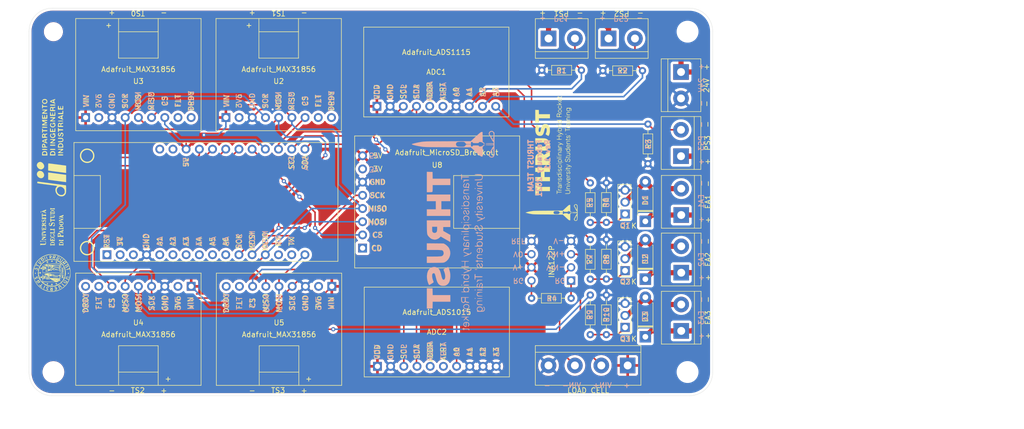
<source format=kicad_pcb>
(kicad_pcb (version 20211014) (generator pcbnew)
  (layers (0 "F.Cu" signal) (31 "B.Cu" signal) (35 "F.Paste" user) (36 "B.SilkS" user "B.Silkscreen") (37 "F.SilkS" user "F.Silkscreen") (38 "B.Mask" user) (39 "F.Mask" user) (44 "Edge.Cuts" user))
  (net 0 "")
  (net 1 "ADC_A3")
  (net 2 "ADC_A2")
  (net 3 "ADC_A1")
  (net 4 "GND")
  (net 5 "Net-(ADC1-Pad6)")
  (net 6 "Net-(ADC1-Pad5)")
  (net 7 "I2C_SDA")
  (net 8 "I2C_SCL")
  (net 9 "+5V")
  (net 10 "LOAD_CELL_VOLTAGE")
  (net 11 "Net-(ADC2-Pad6)")
  (net 12 "Net-(ADC2-Pad5)")
  (net 13 "Net-(J4-Pad3)")
  (net 14 "Net-(J4-Pad2)")
  (net 15 "Net-(R4-Pad2)")
  (net 16 "Net-(R4-Pad1)")
  (net 17 "Net-(U1-Pad28)")
  (net 18 "Net-(U1-Pad27)")
  (net 19 "CS_5")
  (net 20 "CS_4")
  (net 21 "CS_3")
  (net 22 "CS_2")
  (net 23 "CS_1")
  (net 24 "Net-(U1-Pad15)")
  (net 25 "Net-(U1-Pad14)")
  (net 26 "SPI_MISO")
  (net 27 "SPI_MOSI")
  (net 28 "SPI_SCK")
  (net 29 "Net-(U1-Pad10)")
  (net 30 "Net-(U1-Pad9)")
  (net 31 "Net-(U1-Pad8)")
  (net 32 "Net-(U1-Pad7)")
  (net 33 "Net-(U1-Pad6)")
  (net 34 "Net-(U1-Pad5)")
  (net 35 "Net-(U1-Pad3)")
  (net 36 "Net-(U1-Pad1)")
  (net 37 "Net-(U2-Pad9)")
  (net 38 "Net-(U2-Pad8)")
  (net 39 "Net-(U2-Pad2)")
  (net 40 "Net-(U3-Pad9)")
  (net 41 "Net-(U3-Pad8)")
  (net 42 "Net-(U3-Pad2)")
  (net 43 "Net-(U4-Pad9)")
  (net 44 "Net-(U4-Pad8)")
  (net 45 "Net-(U4-Pad2)")
  (net 46 "Net-(U5-Pad9)")
  (net 47 "Net-(U5-Pad8)")
  (net 48 "Net-(U5-Pad2)")
  (net 49 "Net-(U8-Pad1)")
  (net 50 "Net-(U1-Pad2)")
  (net 51 "Net-(U8-Pad7)")
  (net 52 "Net-(D1-Pad2)")
  (net 53 "Net-(Q1-Pad1)")
  (net 54 "Net-(D2-Pad2)")
  (net 55 "Net-(D3-Pad2)")
  (net 56 "Net-(Q2-Pad1)")
  (net 57 "Net-(Q3-Pad1)")
  (net 58 "FET_Gate1")
  (net 59 "FET_Gate2")
  (net 60 "FET_Gate3")
  (net 61 "+24V")
  (footprint "Resistor_THT:R_Axial_DIN0204_L3.6mm_D1.6mm_P7.62mm_Horizontal" (layer "F.Cu") (at 161.07 66.636 90)
    (fp_text reference "R3")
    (fp_text value "200")
  )
  (footprint "Test Stand PCB Breakout:Adafruit_Huzzah32" (layer "F.Cu") (at 76 74)
    (fp_text reference "U1")
    (fp_text value "AdafruitHuzzah32Breakout")
  )
  (footprint "Test Stand PCB Breakout:Adafruit_MAX31856" (layer "F.Cu") (at 90 49.5)
    (fp_text reference "U2")
    (fp_text value "Adafruit_MAX31856")
  )
  (footprint "Test Stand PCB Breakout:Adafruit_MAX31856" (layer "F.Cu") (at 63 98.5 180)
    (fp_text reference "U4")
    (fp_text value "Adafruit_MAX31856")
  )
  (footprint "Test Stand PCB Breakout:Adafruit_MAX31856" (layer "F.Cu") (at 63 49.5)
    (fp_text reference "U3")
    (fp_text value "Adafruit_MAX31856")
  )
  (footprint "Test Stand PCB Breakout:Adafruit_MAX31856" (layer "F.Cu") (at 90.065 98.505 180)
    (fp_text reference "U5")
    (fp_text value "Adafruit_MAX31856")
  )
  (footprint "Package_TO_SOT_THT:TO-251-3_Vertical" (layer "F.Cu") (at 156.67 76.326 90)
    (fp_text reference "Q1")
    (fp_text value "Q_NMOS_GDS")
  )
  (footprint "Resistor_THT:R_Axial_DIN0204_L3.6mm_D1.6mm_P7.62mm_Horizontal" (layer "F.Cu") (at 153.07 77.936 90)
    (fp_text reference "R6")
    (fp_text value "10k")
  )
  (footprint "Diode_THT:D_DO-41_SOD81_P7.62mm_Horizontal" (layer "F.Cu") (at 160.57 88.856 90)
    (fp_text reference "D2")
    (fp_text value "D_Schottky")
  )
  (footprint "TerminalBlock:TerminalBlock_bornier-2_P5.08mm" (layer "F.Cu") (at 167.475 87.62 90)
    (fp_text reference "+  EA2  -")
    (fp_text value "Screw_Terminal_01x02")
  )
  (footprint "TerminalBlock:TerminalBlock_bornier-2_P5.08mm" (layer "F.Cu") (at 167.475 76.52 90)
    (fp_text reference "+  EA1  -")
    (fp_text value "Screw_Terminal_01x02")
  )
  (footprint "TerminalBlock:TerminalBlock_bornier-4_P5.08mm" (layer "F.Cu") (at 157.17 105.472 180)
    (fp_text reference "LOAD CELL")
    (fp_text value "Screw_Terminal_01x04")
  )
  (footprint "Resistor_THT:R_Axial_DIN0204_L3.6mm_D1.6mm_P7.62mm_Horizontal" (layer "F.Cu") (at 149.97 70.336 -90)
    (fp_text reference "R5")
    (fp_text value "100")
  )
  (footprint "Diode_THT:D_DO-41_SOD81_P7.62mm_Horizontal" (layer "F.Cu") (at 160.57 77.736 90)
    (fp_text reference "D1")
    (fp_text value "D_Schottky")
  )
  (footprint "Resistor_THT:R_Axial_DIN0204_L3.6mm_D1.6mm_P7.62mm_Horizontal" (layer "F.Cu") (at 138.67 92.536)
    (fp_text reference "R4")
    (fp_text value "4k20")
  )
  (footprint "Diode_THT:D_DO-41_SOD81_P7.62mm_Horizontal" (layer "F.Cu") (at 160.57 99.956 90)
    (fp_text reference "D3")
    (fp_text value "D_Schottky")
  )
  (footprint "Resistor_THT:R_Axial_DIN0204_L3.6mm_D1.6mm_P7.62mm_Horizontal" (layer "F.Cu") (at 153.07 99.536 90)
    (fp_text reference "R10")
    (fp_text value "10k")
  )
  (footprint "Resistor_THT:R_Axial_DIN0204_L3.6mm_D1.6mm_P7.62mm_Horizontal" (layer "F.Cu") (at 149.97 91.916 -90)
    (fp_text reference "R9")
    (fp_text value "100")
  )
  (footprint "Package_TO_SOT_THT:TO-251-3_Vertical" (layer "F.Cu") (at 156.67 98.136 90)
    (fp_text reference "Q3")
    (fp_text value "Q_NMOS_GDS")
  )
  (footprint "Package_TO_SOT_THT:TO-251-3_Vertical" (layer "F.Cu") (at 156.67 87.226 90)
    (fp_text reference "Q2")
    (fp_text value "Q_NMOS_GDS")
  )
  (footprint "Resistor_THT:R_Axial_DIN0204_L3.6mm_D1.6mm_P7.62mm_Horizontal" (layer "F.Cu") (at 149.97 81.236 -90)
    (fp_text reference "R7")
    (fp_text value "100")
  )
  (footprint "Resistor_THT:R_Axial_DIN0204_L3.6mm_D1.6mm_P7.62mm_Horizontal" (layer "F.Cu") (at 153.07 88.836 90)
    (fp_text reference "R8")
    (fp_text value "10k")
  )
  (footprint "Test Stand PCB Breakout:Adafruit_ADS1115" (layer "F.Cu") (at 120.335 48.995)
    (fp_text reference "ADC1")
    (fp_text value "Adafruit_ADS1115")
  )
  (footprint "TerminalBlock:TerminalBlock_bornier-2_P5.08mm" (layer "F.Cu") (at 167.475 98.82 90)
    (fp_text reference "+  EA3  -")
    (fp_text value "Screw_Terminal_01x02")
  )
  (footprint "Test Stand PCB Breakout:INA_122P" (layer "F.Cu") (at 146.27 89.136 180)
    (fp_text reference "U7")
    (fp_text value "INA_122P")
  )
  (footprint "Test Stand PCB Breakout:Adafruit_ADS1015" (layer "F.Cu") (at 120.435 99.036)
    (fp_text reference "ADC2")
    (fp_text value "Adafruit_ADS1015")
  )
  (footprint "TerminalBlock:TerminalBlock_bornier-2_P5.08mm" (layer "F.Cu") (at 167.435 48.995 -90)
    (fp_text reference "-  24V  +")
    (fp_text value "Screw_Terminal_01x02")
  )
  (footprint "TerminalBlock:TerminalBlock_bornier-2_P5.08mm" (layer "F.Cu") (at 167.435 65.195 90)
    (fp_text reference "+  PS3  -")
    (fp_text value "Screw_Terminal_01x02")
  )
  (footprint "Test Stand PCB Breakout:Adafruit_MicroSD" (layer "F.Cu") (at 120.5 74 180)
    (fp_text reference "U8")
    (fp_text value "Adafruit_MicroSD_Breakout")
  )
  (footprint "Test Stand PCB Breakout:Unipd_Logo_small" (layer "F.Cu") (at 46.295 83.485 90)
    (fp_text reference "G***" hide)
    (fp_text value "LOGO" hide)
  )
  (footprint "Test Stand PCB Breakout:Dii_logo_small" (layer "F.Cu") (at 46.295 63.485 90)
    (fp_text reference "G***" hide)
    (fp_text value "LOGO" hide)
  )
  (footprint "TerminalBlock:TerminalBlock_bornier-2_P5.08mm" (layer "F.Cu") (at 141.935 42.545)
    (fp_text reference "-  PS1  +")
    (fp_text value "Screw_Terminal_01x02")
  )
  (footprint "TerminalBlock:TerminalBlock_bornier-2_P5.08mm" (layer "F.Cu") (at 153.485 42.545)
    (fp_text reference "-  PS2  +")
    (fp_text value "Screw_Terminal_01x02")
  )
  (footprint "Resistor_THT:R_Axial_DIN0204_L3.6mm_D1.6mm_P7.62mm_Horizontal" (layer "F.Cu") (at 140.645 48.645)
    (fp_text reference "R1")
    (fp_text value "200")
  )
  (footprint "Resistor_THT:R_Axial_DIN0204_L3.6mm_D1.6mm_P7.62mm_Horizontal" (layer "F.Cu") (at 152.395 48.735)
    (fp_text reference "R2")
    (fp_text value "200")
  )
  (footprint "Test Stand PCB Breakout:Thrust_Logo_Small" (layer "F.Cu") (at 142.495 65.685 90)
    (fp_text reference "G***" hide)
    (fp_text value "LOGO" hide)
  )
  (footprint "MountingHole:MountingHole_3.2mm_M3" (layer "F.Cu") (at 46.645 106.735)
    (fp_text reference "REF**")
    (fp_text value "MountingHole_3.2mm_M3")
  )
  (footprint "MountingHole:MountingHole_3.2mm_M3" (layer "F.Cu") (at 46.645 41.235)
    (fp_text reference "REF**")
    (fp_text value "MountingHole_3.2mm_M3")
  )
  (footprint "MountingHole:MountingHole_3.2mm_M3" (layer "F.Cu") (at 168.695 106.735)
    (fp_text reference "REF**")
    (fp_text value "MountingHole_3.2mm_M3")
  )
  (footprint "MountingHole:MountingHole_3.2mm_M3" (layer "F.Cu") (at 168.695 41.235)
    (fp_text reference "REF**")
    (fp_text value "MountingHole_3.2mm_M3")
  )
  (footprint "" (layer "F.Cu") (at 112.895 68.485)
    (fp_text reference "")
    (fp_text value "")
  )
  (footprint "Test Stand PCB Breakout:Thrust_Logo" (layer "B.Cu") (at 123.495 79.485 -90)
    (fp_text reference "G***" hide)
    (fp_text value "LOGO" hide)
  )
  (gr_line (start 41.935 42.045) (end 41.935 105.795) (layer "Edge.Cuts") (width 0.05))
  (gr_line (start 46.435 111.295) (end 50.935 111.295) (layer "Edge.Cuts") (width 0.05))
  (gr_line (start 41.935 106.795) (end 41.935 105.795) (layer "Edge.Cuts") (width 0.05))
  (gr_line (start 41.935 42.045) (end 41.935 41.195) (layer "Edge.Cuts") (width 0.05))
  (gr_line (start 167.435 111.295) (end 169.035 111.295) (layer "Edge.Cuts") (width 0.05))
  (gr_line (start 173.535 100.895) (end 173.535 106.795) (layer "Edge.Cuts") (width 0.05))
  (gr_line (start 173.535 44.595) (end 173.535 41.195) (layer "Edge.Cuts") (width 0.05))
  (gr_line (start 46.435 36.695) (end 169.035 36.695) (layer "Edge.Cuts") (width 0.05))
  (gr_line (start 50.935 111.295) (end 167.435 111.295) (layer "Edge.Cuts") (width 0.05))
  (gr_arc (start 173.535 106.795) (mid 172.216981 109.976981) (end 169.035 111.295) (layer "Edge.Cuts") (width 0.05))
  (gr_arc (start 46.435 111.295) (mid 43.253019 109.976981) (end 41.935 106.795) (layer "Edge.Cuts") (width 0.05))
  (gr_arc (start 41.935 41.195) (mid 43.253019 38.013019) (end 46.435 36.695) (layer "Edge.Cuts") (width 0.05))
  (gr_line (start 173.535 44.595) (end 173.535 100.895) (layer "Edge.Cuts") (width 0.05))
  (gr_arc (start 169.035 36.695) (mid 172.216981 38.013019) (end 173.535 41.195) (layer "Edge.Cuts") (width 0.05))
  (gr_text "3V" (at 108.335 67.695 180) (layer "B.SilkS") (effects (font (size 1 1)) (justify mirror)))
  (gr_text "GND" (at 108.935 70.095 180) (layer "B.SilkS") (effects (font (size 1 1)) (justify mirror)))
  (gr_text "SCK" (at 108.935 72.695 180) (layer "B.SilkS") (effects (font (size 1 1)) (justify mirror)))
  (gr_text "MISO" (at 108.935 75.295 180) (layer "B.SilkS") (effects (font (size 1 1)) (justify mirror)))
  (gr_text "MOSI" (at 108.935 77.895 180) (layer "B.SilkS") (effects (font (size 1 1)) (justify mirror)))
  (gr_text "CS" (at 108.935 80.295 180) (layer "B.SilkS") (effects (font (size 1 1)) (justify mirror)))
  (gr_text "CD" (at 108.935 82.895 180) (layer "B.SilkS") (effects (font (size 1 1)) (justify mirror)))
  (gr_text "R9" (at 149.935 95.695 90) (layer "B.SilkS") (effects (font (size 1 1)) (justify mirror)))
  (gr_text "R10" (at 153.135 95.695 90) (layer "B.SilkS") (effects (font (size 1 1)) (justify mirror)))
  (gr_text "D3" (at 160.535 95.895 90) (layer "B.SilkS") (effects (font (size 1 1)) (justify mirror)))
  (gr_text "R7" (at 149.935 85.095 90) (layer "B.SilkS") (effects (font (size 1 1)) (justify mirror)))
  (gr_text "R8" (at 153.135 85.095 90) (layer "B.SilkS") (effects (font (size 1 1)) (justify mirror)))
  (gr_text "D2" (at 160.535 84.895 90) (layer "B.SilkS") (effects (font (size 1 1)) (justify mirror)))
  (gr_text "R5" (at 149.935 74.095 90) (layer "B.SilkS") (effects (font (size 1 1)) (justify mirror)))
  (gr_text "R6" (at 153.135 74.095 90) (layer "B.SilkS") (effects (font (size 1 1)) (justify mirror)))
  (gr_text "D1" (at 160.535 73.695 90) (layer "B.SilkS") (effects (font (size 1 1)) (justify mirror)))
  (gr_text "R3" (at 161.135 62.895 90) (layer "B.SilkS") (effects (font (size 1 1)) (justify mirror)))
  (gr_text "Q3" (at 156.735 100.295 180) (layer "B.SilkS") (effects (font (size 1 1)) (justify mirror)))
  (gr_text "Q2" (at 156.735 89.295 180) (layer "B.SilkS") (effects (font (size 1 1)) (justify mirror)))
  (gr_text "Q1" (at 156.735 78.495 180) (layer "B.SilkS") (effects (font (size 1 1)) (justify mirror)))
  (gr_text "VDD\n" (at 108.935 102.895 90) (layer "B.SilkS") (effects (font (size 1 1)) (justify mirror)))
  (gr_text "GND\n" (at 111.535 102.895 90) (layer "B.SilkS") (effects (font (size 1 1)) (justify mirror)))
  (gr_text "SCL" (at 114.135 102.695 90) (layer "B.SilkS") (effects (font (size 1 1)) (justify mirror)))
  (gr_text "SDA" (at 116.535 102.695 90) (layer "B.SilkS") (effects (font (size 1 1)) (justify mirror)))
  (gr_text "ADDR" (at 119.135 102.695 90) (layer "B.SilkS") (effects (font (size 1 1)) (justify mirror)))
  (gr_text "ALRT" (at 121.735 102.695 90) (layer "B.SilkS") (effects (font (size 1 1)) (justify mirror)))
  (gr_text "A0" (at 124.335 102.895 90) (layer "B.SilkS") (effects (font (size 1 1)) (justify mirror)))
  (gr_text "A1" (at 126.735 102.895 90) (layer "B.SilkS") (effects (font (size 1 1)) (justify mirror)))
  (gr_text "A2" (at 129.335 102.895 90) (layer "B.SilkS") (effects (font (size 1 1)) (justify mirror)))
  (gr_text "A3" (at 131.935 102.895 90) (layer "B.SilkS") (effects (font (size 1 1)) (justify mirror)))
  (gr_text "SDA" (at 116.535 52.695 90) (layer "B.SilkS") (effects (font (size 1 1)) (justify mirror)))
  (gr_text "A1" (at 126.735 52.895 90) (layer "B.SilkS") (effects (font (size 1 1)) (justify mirror)))
  (gr_text "ALRT" (at 121.735 52.695 90) (layer "B.SilkS") (effects (font (size 1 1)) (justify mirror)))
  (gr_text "VDD\n" (at 108.935 52.895 90) (layer "B.SilkS") (effects (font (size 1 1)) (justify mirror)))
  (gr_text "A2" (at 129.335 52.895 90) (layer "B.SilkS") (effects (font (size 1 1)) (justify mirror)))
  (gr_text "A0" (at 124.335 52.895 90) (layer "B.SilkS") (effects (font (size 1 1)) (justify mirror)))
  (gr_text "SCL" (at 114.135 52.695 90) (layer "B.SilkS") (effects (font (size 1 1)) (justify mirror)))
  (gr_text "ADDR" (at 119.135 52.695 90) (layer "B.SilkS") (effects (font (size 1 1)) (justify mirror)))
  (gr_text "GND\n" (at 111.535 52.895 90) (layer "B.SilkS") (effects (font (size 1 1)) (justify mirror)))
  (gr_text "A3" (at 131.935 52.895 90) (layer "B.SilkS") (effects (font (size 1 1)) (justify mirror)))
  (gr_text "3Vo\n\n" (at 56.185 54.545 90) (layer "B.SilkS") (effects (font (size 1 1)) (justify mirror)))
  (gr_text "GND\n" (at 57.935 54.545 90) (layer "B.SilkS") (effects (font (size 1 1)) (justify mirror)))
  (gr_text "SCK\n" (at 60.435 54.545 90) (layer "B.SilkS") (effects (font (size 1 1)) (justify mirror)))
  (gr_text "MOSI" (at 62.935 54.545 90) (layer "B.SilkS") (effects (font (size 1 1)) (justify mirror)))
  (gr_text "MISO" (at 65.435 54.545 90) (layer "B.SilkS") (effects (font (size 1 1)) (justify mirror)))
  (gr_text "CS\n" (at 68.185 54.545 90) (layer "B.SilkS") (effects (font (size 1 1)) (justify mirror)))
  (gr_text "FLT\n" (at 70.685 54.545 90) (layer "B.SilkS") (effects (font (size 1 1)) (justify mirror)))
  (gr_text "DRDY" (at 73.185 54.545 90) (layer "B.SilkS") (effects (font (size 1 1)) (justify mirror)))
  (gr_text "GND\n" (at 84.935 54.545 90) (layer "B.SilkS") (effects (font (size 1 1)) (justify mirror)))
  (gr_text "MOSI" (at 89.935 54.545 90) (layer "B.SilkS") (effects (font (size 1 1)) (justify mirror)))
  (gr_text "MISO" (at 92.435 54.545 90) (layer "B.SilkS") (effects (font (size 1 1)) (justify mirror)))
  (gr_text "SCK\n" (at 87.435 54.545 90) (layer "B.SilkS") (effects (font (size 1 1)) (justify mirror)))
  (gr_text "CS\n" (at 95.185 54.545 90) (layer "B.SilkS") (effects (font (size 1 1)) (justify mirror)))
  (gr_text "FLT\n" (at 97.685 54.545 90) (layer "B.SilkS") (effects (font (size 1 1)) (justify mirror)))
  (gr_text "DRDY" (at 100.185 54.545 90) (layer "B.SilkS") (effects (font (size 1 1)) (justify mirror)))
  (gr_text "3Vo\n\n" (at 83.185 54.545 90) (layer "B.SilkS") (effects (font (size 1 1)) (justify mirror)))
  (gr_text "VIN\n" (at 79.935 54.545 90) (layer "B.SilkS") (effects (font (size 1 1)) (justify mirror)))
  (gr_text "VIN\n" (at 73.185 93.545 90) (layer "B.SilkS") (effects (font (size 1 1)) (justify mirror)))
  (gr_text "GND\n" (at 68.185 93.545 270) (layer "B.SilkS") (effects (font (size 1 1)) (justify mirror)))
  (gr_text "DRDY" (at 52.935 93.545 90) (layer "B.SilkS") (effects (font (size 1 1)) (justify mirror)))
  (gr_text "SCK\n" (at 65.685 93.545 90) (layer "B.SilkS") (effects (font (size 1 1)) (justify mirror)))
  (gr_text "3Vo\n\n" (at 71.435 93.545 90) (layer "B.SilkS") (effects (font (size 1 1)) (justify mirror)))
  (gr_text "FLT\n" (at 55.435 93.545 90) (layer "B.SilkS") (effects (font (size 1 1)) (justify mirror)))
  (gr_text "MISO" (at 60.685 93.545 90) (layer "B.SilkS") (effects (font (size 1 1)) (justify mirror)))
  (gr_text "MOSI" (at 63.185 93.545 90) (layer "B.SilkS") (effects (font (size 1 1)) (justify mirror)))
  (gr_text "CS\n" (at 57.935 93.545 90) (layer "B.SilkS") (effects (font (size 1 1)) (justify mirror)))
  (gr_text "GND\n" (at 95.185 93.545 90) (layer "B.SilkS") (effects (font (size 1 1)) (justify mirror)))
  (gr_text "DRDY" (at 79.935 93.545 90) (layer "B.SilkS") (effects (font (size 1 1)) (justify mirror)))
  (gr_text "CS\n" (at 84.935 93.545 90) (layer "B.SilkS") (effects (font (size 1 1)) (justify mirror)))
  (gr_text "3Vo\n" (at 97.685 93.545 90) (layer "B.SilkS") (effects (font (size 1 1)) (justify mirror)))
  (gr_text "SCK\n" (at 92.685 93.545 90) (layer "B.SilkS") (effects (font (size 1 1)) (justify mirror)))
  (gr_text "MOSI" (at 90.185 93.545 90) (layer "B.SilkS") (effects (font (size 1 1)) (justify mirror)))
  (gr_text "MISO" (at 87.685 93.545 90) (layer "B.SilkS") (effects (font (size 1 1)) (justify mirror)))
  (gr_text "FLT\n" (at 82.435 93.545 90) (layer "B.SilkS") (effects (font (size 1 1)) (justify mirror)))
  (gr_text "VIN\n" (at 100.185 93.545 90) (layer "B.SilkS") (effects (font (size 1 1)) (justify mirror)))
  (gr_text "SCL" (at 92.435 66.545 90) (layer "B.SilkS") (effects (font (size 1 1)) (justify mirror)))
  (gr_text "SDA" (at 95.185 66.545 90) (layer "B.SilkS") (effects (font (size 1 1)) (justify mirror)))
  (gr_text "MISO" (at 87.435 81.295 90) (layer "B.SilkS") (effects (font (size 1 1)) (justify mirror)))
  (gr_text "MOSI" (at 84.935 81.295 90) (layer "B.SilkS") (effects (font (size 1 1)) (justify mirror)))
  (gr_text "SCK\n" (at 82.435 81.545 90) (layer "B.SilkS") (effects (font (size 1 1)) (justify mirror)))
  (gr_text "GND\n" (at 64.435 81.545 90) (layer "B.SilkS") (effects (font (size 1 1)) (justify mirror)))
  (gr_text "3V" (at 59.435 81.545 90) (layer "B.SilkS") (effects (font (size 1 1)) (justify mirror)))
  (gr_text "RST\n" (at 56.935 81.545 90) (layer "B.SilkS") (effects (font (size 1 1)) (justify mirror)))
  (gr_text "A0" (at 67.185 81.545 90) (layer "B.SilkS") (effects (font (size 1 1)) (justify mirror)))
  (gr_text "A1" (at 69.685 81.545 90) (layer "B.SilkS") (effects (font (size 1 1)) (justify mirror)))
  (gr_text "A2" (at 72.185 81.545 90) (layer "B.SilkS") (effects (font (size 1 1)) (justify mirror)))
  (gr_text "A3" (at 74.685 81.545 90) (layer "B.SilkS") (effects (font (size 1 1)) (justify mirror)))
  (gr_text "A4" (at 77.435 81.545 90) (layer "B.SilkS") (effects (font (size 1 1)) (justify mirror)))
  (gr_text "A5" (at 79.935 81.545 90) (layer "B.SilkS") (effects (font (size 1 1)) (justify mirror)))
  (gr_text "TX" (at 92.435 81.295 90) (layer "B.SilkS") (effects (font (size 1 1)) (justify mirror)))
  (gr_text "RX" (at 89.935 81.295 90) (layer "B.SilkS") (effects (font (size 1 1)) (justify mirror)))
  (gr_text "-  PS3  +" (at 171.335 62.695 90) (layer "B.SilkS") (effects (font (size 1 1)) (justify mirror)))
  (gr_text "+  PS2  -\n" (at 155.895 38.695 180) (layer "B.SilkS") (effects (font (size 1 1)) (justify mirror)))
  (gr_text "-  EA1  +" (at 171.335 73.895 90) (layer "B.SilkS") (effects (font (size 1 1)) (justify mirror)))
  (gr_text "-  EA2  +" (at 171.335 85.095 90) (layer "B.SilkS") (effects (font (size 1 1)) (justify mirror)))
  (gr_text "-  EA3  +" (at 171.335 96.295 90) (layer "B.SilkS") (effects (font (size 1 1)) (justify mirror)))
  (gr_text "+   VIN+   VIN-   -" (at 149.335 109.295) (layer "B.SilkS") (effects (font (size 1 1)) (justify mirror)))
  (gr_text "+  24V  -" (at 171.335 51.495 90) (layer "B.SilkS") (effects (font (size 1 1)) (justify mirror)))
  (gr_text "R4" (at 142.535 92.495 180) (layer "B.SilkS") (effects (font (size 1 1)) (justify mirror)))
  (gr_text "5V" (at 108.335 65.045 180) (layer "B.SilkS") (effects (font (size 1 1)) (justify mirror)))
  (gr_text "R2" (at 156.145 48.735) (layer "B.SilkS") (effects (font (size 1 1)) (justify mirror)))
  (gr_text "THRUST TEAM\nFebraury 2021\nRev 1.1\n" (at 140.13 61.872 90) (layer "B.SilkS") (effects (font (size 1 1) (thickness 0.25)) (justify left mirror)))
  (gr_text "5V" (at 72.185 66.295 90) (layer "B.SilkS") (effects (font (size 1 1)) (justify mirror)))
  (gr_text "+  PS1  -\n" (at 144.395 38.695 180) (layer "B.SilkS") (effects (font (size 1 1)) (justify mirror)))
  (gr_text "R1" (at 144.395 48.735 180) (layer "B.SilkS") (effects (font (size 1 1)) (justify mirror)))
  (gr_text "VIN\n" (at 52.935 54.545 90) (layer "B.SilkS") (effects (font (size 1 1)) (justify mirror)))
  (gr_text "-    TS3    +" (at 89.895 110.285) (layer "F.SilkS") (effects (font (size 1 1))))
  (gr_text "-    TS2    +" (at 62.895 110.285) (layer "F.SilkS") (effects (font (size 1 1))))
  (gr_text "INA122P" (at 142.535 85.485 90) (layer "F.SilkS") (effects (font (size 1 1))))
  (gr_text "-    TS0    +" (at 62.895 37.685 180) (layer "F.SilkS") (effects (font (size 1 1))))
  (gr_text "-    TS1    +" (at 89.895 37.685 180) (layer "F.SilkS") (effects (font (size 1 1))))
  (segment (start 167.435 60.115) (end 162.169 60.115) (width 0.3) (layer "F.Cu") (net 1))
  (segment (start 162.169 60.115) (end 161.07 59.016) (width 0.3) (layer "F.Cu") (net 1))
  (segment (start 161.07 59.016) (end 135.182 59.016) (width 0.3) (layer "B.Cu") (net 1))
  (segment (start 135.182 59.016) (end 131.765 55.599) (width 0.3) (layer "B.Cu") (net 1))
  (segment (start 158.565 47.285) (end 160.015 48.735) (width 0.3) (layer "F.Cu") (net 2))
  (segment (start 158.565 42.545) (end 158.565 47.285) (width 0.3) (layer "F.Cu") (net 2))
  (segment (start 160.015 48.735) (end 160.015 50.115) (width 0.3) (layer "B.Cu") (net 2))
  (segment (start 160.015 50.115) (end 156.395 53.735) (width 0.3) (layer "B.Cu") (net 2))
  (segment (start 156.395 53.735) (end 131.089 53.735) (width 0.3) (layer "B.Cu") (net 2))
  (segment (start 131.089 53.735) (end 129.225 55.599) (width 0.3) (layer "B.Cu") (net 2))
  (segment (start 147.015 42.545) (end 147.015 47.395) (width 0.3) (layer "F.Cu") (net 3))
  (segment (start 147.015 47.395) (end 148.265 48.645) (width 0.3) (layer "F.Cu") (net 3))
  (segment (start 146.395 52.235) (end 130.049 52.235) (width 0.3) (layer "B.Cu") (net 3))
  (segment (start 148.265 48.645) (end 148.265 50.365) (width 0.3) (layer "B.Cu") (net 3))
  (segment (start 130.049 52.235) (end 126.685 55.599) (width 0.3) (layer "B.Cu") (net 3))
  (segment (start 148.265 50.365) (end 146.395 52.235) (width 0.3) (layer "B.Cu") (net 3))
  (segment (start 84.92 57.755) (end 86.48 56.195) (width 0.3) (layer "F.Cu") (net 4))
  (segment (start 86.48 56.195) (end 88.835 56.195) (width 0.3) (layer "F.Cu") (net 4))
  (via (at 88.835 56.195) (size 0.8) (drill 0.4) (layers "F.Cu" "B.Cu") (net 4))
  (segment (start 109.441 53.595) (end 111.445 55.599) (width 0.3) (layer "B.Cu") (net 4))
  (segment (start 88.835 56.195) (end 102.835 56.195) (width 0.3) (layer "B.Cu") (net 4))
  (segment (start 105.435 53.595) (end 109.441 53.595) (width 0.3) (layer "B.Cu") (net 4))
  (segment (start 102.835 56.195) (end 105.435 53.595) (width 0.3) (layer "B.Cu") (net 4))
  (segment (start 95.995 62.895) (end 95.05 63.84) (width 0.3) (layer "F.Cu") (net 7))
  (segment (start 109.229 62.895) (end 95.995 62.895) (width 0.3) (layer "F.Cu") (net 7))
  (segment (start 116.525 55.599) (end 116.525 105.54) (width 0.3) (layer "F.Cu") (net 7))
  (segment (start 116.525 55.599) (end 109.229 62.895) (width 0.3) (layer "F.Cu") (net 7))
  (segment (start 116.525 105.54) (end 116.625 105.64) (width 0.3) (layer "F.Cu") (net 7))
  (segment (start 108.289 61.295) (end 113.985 55.599) (width 0.3) (layer "F.Cu") (net 8))
  (segment (start 114.085 67.445) (end 110.535 63.895) (width 0.3) (layer "F.Cu") (net 8))
  (segment (start 108.289 61.549) (end 108.289 61.295) (width 0.3) (layer "F.Cu") (net 8))
  (segment (start 114.085 105.64) (end 114.085 67.445) (width 0.3) (layer "F.Cu") (net 8))
  (segment (start 92.51 63.84) (end 95.055 61.295) (width 0.3) (layer "F.Cu") (net 8))
  (segment (start 108.735 61.995) (end 108.289 61.549) (width 0.3) (layer "F.Cu") (net 8))
  (segment (start 95.055 61.295) (end 108.289 61.295) (width 0.3) (layer "F.Cu") (net 8))
  (via (at 108.735 61.995) (size 0.8) (drill 0.4) (layers "F.Cu" "B.Cu") (net 8))
  (via (at 110.535 63.895) (size 0.8) (drill 0.4) (layers "F.Cu" "B.Cu") (net 8))
  (segment (start 110.535 63.895) (end 110.535 63.795) (width 0.3) (layer "B.Cu") (net 8))
  (segment (start 110.535 63.795) (end 108.735 61.995) (width 0.3) (layer "B.Cu") (net 8))
  (segment (start 96.616 93.859) (end 79.365 93.859) (width 0.3) (layer "F.Cu") (net 9))
  (segment (start 72.19 63.84) (end 72.19 62.034) (width 0.3) (layer "F.Cu") (net 9))
  (segment (start 72.19 62.034) (end 73.115 61.109) (width 0.3) (layer "F.Cu") (net 9))
  (segment (start 73.115 61.109) (end 75.615 61.109) (width 0.3) (layer "F.Cu") (net 9))
  (segment (start 100.225 90.25) (end 96.616 93.859) (width 0.3) (layer "F.Cu") (net 9))
  (via (at 75.615 61.109) (size 0.8) (drill 0.4) (layers "F.Cu" "B.Cu") (net 9))
  (via (at 79.365 93.859) (size 0.8) (drill 0.4) (layers "F.Cu" "B.Cu") (net 9))
  (segment (start 79.84 59.634) (end 79.84 57.755) (width 0.3) (layer "B.Cu") (net 9))
  (segment (start 78.365 61.109) (end 79.84 59.634) (width 0.3) (layer "B.Cu") (net 9))
  (segment (start 76.774 93.859) (end 73.16 90.245) (width 0.3) (layer "B.Cu") (net 9))
  (segment (start 79.365 93.859) (end 76.774 93.859) (width 0.3) (layer "B.Cu") (net 9))
  (segment (start 75.615 61.109) (end 78.365 61.109) (width 0.3) (layer "B.Cu") (net 9))
  (segment (start 124.245 105.64) (end 124.245 93.461) (width 0.3) (layer "F.Cu") (net 10))
  (segment (start 133.65 84.056) (end 138.65 84.056) (width 0.3) (layer "F.Cu") (net 10))
  (segment (start 124.245 93.461) (end 133.65 84.056) (width 0.3) (layer "F.Cu") (net 10))
  (segment (start 144.07 102.532) (end 147.01 105.472) (width 0.3) (layer "F.Cu") (net 13))
  (segment (start 144.07 88.796) (end 144.07 102.532) (width 0.3) (layer "F.Cu") (net 13))
  (segment (start 146.27 86.596) (end 144.07 88.796) (width 0.3) (layer "F.Cu") (net 13))
  (segment (start 148.07 101.452) (end 152.09 105.472) (width 0.3) (layer "F.Cu") (net 14))
  (segment (start 147.40137 84.056) (end 148.07 84.72463) (width 0.3) (layer "F.Cu") (net 14))
  (segment (start 148.07 84.72463) (end 148.07 101.452) (width 0.3) (layer "F.Cu") (net 14))
  (segment (start 146.27 84.056) (end 147.40137 84.056) (width 0.3) (layer "F.Cu") (net 14))
  (segment (start 146.27 89.136) (end 146.27 92.516) (width 0.3) (layer "F.Cu") (net 15))
  (segment (start 146.27 92.516) (end 146.29 92.536) (width 0.3) (layer "F.Cu") (net 15))
  (segment (start 138.65 92.516) (end 138.67 92.536) (width 0.3) (layer "F.Cu") (net 16))
  (segment (start 138.65 89.136) (end 138.65 92.516) (width 0.3) (layer "F.Cu") (net 16))
  (segment (start 84.89 63.84) (end 91 69.95) (width 0.3) (layer "F.Cu") (net 19))
  (segment (start 97 76) (end 97 79) (width 0.3) (layer "F.Cu") (net 19))
  (segment (start 94 73) (end 97 76) (width 0.3) (layer "F.Cu") (net 19))
  (segment (start 91 69.95) (end 91 70) (width 0.3) (layer "F.Cu") (net 19))
  (via (at 91 70) (size 0.8) (drill 0.4) (layers "F.Cu" "B.Cu") (net 19))
  (via (at 94 73) (size 0.8) (drill 0.4) (layers "F.Cu" "B.Cu") (net 19))
  (via (at 97 79) (size 0.8) (drill 0.4) (layers "F.Cu" "B.Cu") (net 19))
  (segment (start 98.35 80.35) (end 106.149 80.35) (width 0.3) (layer "B.Cu") (net 19))
  (segment (start 91 70) (end 94 73) (width 0.3) (layer "B.Cu") (net 19))
  (segment (start 97 79) (end 98.35 80.35) (width 0.3) (layer "B.Cu") (net 19))
  (segment (start 84.985 88.785) (end 84.985 90.25) (width 0.3) (layer "B.Cu") (net 20))
  (segment (start 86.77 87) (end 84.985 88.785) (width 0.3) (layer "B.Cu") (net 20))
  (segment (start 95.05 84.16) (end 92.21 87) (width 0.3) (layer "B.Cu") (net 20))
  (segment (start 92.21 87) (end 86.77 87) (width 0.3) (layer "B.Cu") (net 20))
  (segment (start 54.5 83) (end 55.5 82) (width 0.3) (layer "F.Cu") (net 21))
  (segment (start 55.5 82) (end 64.19 82) (width 0.3) (layer "F.Cu") (net 21))
  (segment (start 57.92 90.245) (end 54.5 86.825) (width 0.3) (layer "F.Cu") (net 21))
  (segment (start 54.5 86.825) (end 54.5 83) (width 0.3) (layer "F.Cu") (net 21))
  (segment (start 64.19 82) (end 82.35 63.84) (width 0.3) (layer "F.Cu") (net 21))
  (segment (start 85.59 62) (end 87.43 63.84) (width 0.3) (layer "B.Cu") (net 22))
  (segment (start 68.08 59.08) (end 71 62) (width 0.3) (layer "B.Cu") (net 22))
  (segment (start 68.08 57.755) (end 68.08 59.08) (width 0.3) (layer "B.Cu") (net 22))
  (segment (start 71 62) (end 85.59 62) (width 0.3) (layer "B.Cu") (net 22))
  (segment (start 89.97 62.865) (end 89.97 63.84) (width 0.3) (layer "F.Cu") (net 23))
  (segment (start 95.08 57.755) (end 89.97 62.865) (width 0.3) (layer "F.Cu") (net 23))
  (segment (start 63 86.5) (end 85.09 86.5) (width 0.3) (layer "F.Cu") (net 26))
  (segment (start 60.46 89.04) (end 63 86.5) (width 0.3) (layer "F.Cu") (net 26))
  (segment (start 89.935 55.295) (end 68 55.295) (width 0.3) (layer "F.Cu") (net 26))
  (segment (start 87.525 88.935) (end 85.09 86.5) (width 0.3) (layer "F.Cu") (net 26))
  (segment (start 92.54 57.755) (end 90.08 55.295) (width 0.3) (layer "F.Cu") (net 26))
  (segment (start 85.09 86.5) (end 87.43 84.16) (width 0.3) (layer "F.Cu") (net 26))
  (segment (start 90.08 55.295) (end 89.935 55.295) (width 0.3) (layer "F.Cu") (net 26))
  (segment (start 87.525 90.25) (end 87.525 88.935) (width 0.3) (layer "F.Cu") (net 26))
  (segment (start 68 55.295) (end 65.54 57.755) (width 0.3) (layer "F.Cu") (net 26))
  (segment (start 89.935 55.295) (end 90.035 55.295) (width 0.3) (layer "F.Cu") (net 26))
  (segment (start 60.46 90.245) (end 60.46 89.04) (width 0.3) (layer "F.Cu") (net 26))
  (segment (start 96.32 75.27) (end 87.43 84.16) (width 0.3) (layer "B.Cu") (net 26))
  (segment (start 93.5 60) (end 100.5 60) (width 0.3) (layer "B.Cu") (net 26))
  (segment (start 101.5 61) (end 101.5 70.621) (width 0.3) (layer "B.Cu") (net 26))
  (segment (start 101.5 70.621) (end 106.149 75.27) (width 0.3) (layer "B.Cu") (net 26))
  (segment (start 92.54 57.755) (end 92.54 59.04) (width 0.3) (layer "B.Cu") (net 26))
  (segment (start 100.5 60) (end 101.5 61) (width 0.3) (layer "B.Cu") (net 26))
  (segment (start 106.149 75.27) (end 96.32 75.27) (width 0.3) (layer "B.Cu") (net 26))
  (segment (start 92.54 59.04) (end 93.5 60) (width 0.3) (layer "B.Cu") (net 26))
  (segment (start 90.065 88.935) (end 92 87) (width 0.3) (layer "F.Cu") (net 27))
  (segment (start 96 82) (end 87.05 82) (width 0.3) (layer "F.Cu") (net 27))
  (segment (start 65.245 60) (end 87.755 60) (width 0.3) (layer "F.Cu") (net 27))
  (segment (start 97.5 83.5) (end 96 82) (width 0.3) (layer "F.Cu") (net 27))
  (segment (start 90.065 90.25) (end 90.065 88.935) (width 0.3) (layer "F.Cu") (net 27))
  (segment (start 87.05 82) (end 84.89 84.16) (width 0.3) (layer "F.Cu") (net 27))
  (segment (start 96 87) (end 97.5 85.5) (width 0.3) (layer "F.Cu") (net 27))
  (segment (start 92 87) (end 96 87) (width 0.3) (layer "F.Cu") (net 27))
  (segment (start 90 74) (end 99 65) (width 0.3) (layer "F.Cu") (net 27))
  (segment (start 90 79) (end 90 74) (width 0.3) (layer "F.Cu") (net 27))
  (segment (start 95 79) (end 90 79) (width 0.3) (layer "F.Cu") (net 27))
  (segment (start 63 57.755) (end 65.245 60) (width 0.3) (layer "F.Cu") (net 27))
  (segment (start 97.5 85.5) (end 97.5 83.5) (width 0.3) (layer "F.Cu") (net 27))
  (segment (start 87.755 60) (end 90 57.755) (width 0.3) (layer "F.Cu") (net 27))
  (via (at 90 79) (size 0.8) (drill 0.4) (layers "F.Cu" "B.Cu") (net 27))
  (via (at 95 79) (size 0.8) (drill 0.4) (layers "F.Cu" "B.Cu") (net 27))
  (via (at 99 65) (size 0.8) (drill 0.4) (layers "F.Cu" "B.Cu") (net 27))
  (segment (start 90 79) (end 84.89 84.11) (width 0.3) (layer "B.Cu") (net 27))
  (segment (start 99 62.5) (end 98 61.5) (width 0.3) (layer "B.Cu") (net 27))
  (segment (start 98 61.5) (end 91.5 61.5) (width 0.3) (layer "B.Cu") (net 27))
  (segment (start 90 60) (end 90 57.755) (width 0.3) (layer "B.Cu") (net 27))
  (segment (start 63 90.245) (end 63 93.5) (width 0.3) (layer "B.Cu") (net 27))
  (segment (start 84.89 84.11) (end 84.89 84.16) (width 0.3) (layer "B.Cu") (net 27))
  (segment (start 90.065 94.305) (end 90.065 90.25) (width 0.3) (layer "B.Cu") (net 27))
  (segment (start 99 65) (end 99 62.5) (width 0.3) (layer "B.Cu") (net 27))
  (segment (start 65 95.5) (end 88.87 95.5) (width 0.3) (layer "B.Cu") (net 27))
  (segment (start 63 93.5) (end 65 95.5) (width 0.3) (layer "B.Cu") (net 27))
  (segment (start 88.87 95.5) (end 90.065 94.305) (width 0.3) (layer "B.Cu") (net 27))
  (segment (start 106.149 77.81) (end 96.19 77.81) (width 0.3) (layer "B.Cu") (net 27))
  (segment (start 91.5 61.5) (end 90 60) (width 0.3) (layer "B.Cu") (net 27))
  (segment (start 96.19 77.81) (end 95 79) (width 0.3) (layer "B.Cu") (net 27))
  (segment (start 65.54 90.245) (end 65.54 91.54) (width 0.3) (layer "F.Cu") (net 28))
  (segment (start 66.5 92.5) (end 90.355 92.5) (width 0.3) (layer "F.Cu") (net 28))
  (segment (start 96.5 88.5) (end 99 86) (width 0.3) (layer "F.Cu") (net 28))
  (segment (start 92.605 90.25) (end 94.355 88.5) (width 0.3) (layer "F.Cu") (net 28))
  (segment (start 86.01 80.5) (end 82.35 84.16) (width 0.3) (layer "F.Cu") (net 28))
  (segment (start 97 80.5) (end 86.01 80.5) (width 0.3) (layer "F.Cu") (net 28))
  (segment (start 99 86) (end 99 82.5) (width 0.3) (layer "F.Cu") (net 28))
  (segment (start 106.149 72.73) (end 104.77 72.73) (width 0.3) (layer "F.Cu") (net 28))
  (segment (start 65.54 91.54) (end 66.5 92.5) (width 0.3) (layer "F.Cu") (net 28))
  (segment (start 90.355 92.5) (end 92.605 90.25) (width 0.3) (layer "F.Cu") (net 28))
  (segment (start 104.77 72.73) (end 97 80.5) (width 0.3) (layer "F.Cu") (net 28))
  (segment (start 94.355 88.5) (end 96.5 88.5) (width 0.3) (layer "F.Cu") (net 28))
  (segment (start 99 82.5) (end 97 80.5) (width 0.3) (layer "F.Cu") (net 28))
  (segment (start 54 81) (end 60.46 74.54) (width 0.3) (layer "B.Cu") (net 28))
  (segment (start 83.4 53.695) (end 87.46 57.755) (width 0.3) (layer "B.Cu") (net 28))
  (segment (start 55 87.5) (end 54 86.5) (width 0.3) (layer "B.Cu") (net 28))
  (segment (start 60.46 74.54) (end 60.46 57.755) (width 0.3) (layer "B.Cu") (net 28))
  (segment (start 60.46 57.755) (end 64.52 53.695) (width 0.3) (layer "B.Cu") (net 28))
  (segment (start 65 87.5) (end 55 87.5) (width 0.3) (layer "B.Cu") (net 28))
  (segment (start 65.54 88.04) (end 65 87.5) (width 0.3) (layer "B.Cu") (net 28))
  (segment (start 54 86.5) (end 54 81) (width 0.3) (layer "B.Cu") (net 28))
  (segment (start 64.52 53.695) (end 83.4 53.695) (width 0.3) (layer "B.Cu") (net 28))
  (segment (start 65.54 90.245) (end 65.54 88.04) (width 0.3) (layer "B.Cu") (net 28))
  (segment (start 156.67 74.016) (end 160.57 70.116) (width 1) (layer "F.Cu") (net 52))
  (segment (start 156.67 74.036) (end 156.67 74.016) (width 1) (layer "F.Cu") (net 52))
  (segment (start 167.475 71.44) (end 161.894 71.44) (width 1) (layer "F.Cu") (net 52))
  (segment (start 161.894 71.44) (end 160.57 70.116) (width 1) (layer "F.Cu") (net 52))
  (segment (start 155.06 77.936) (end 156.67 76.326) (width 0.3) (layer "F.Cu") (net 53))
  (segment (start 149.97 77.956) (end 153.05 77.956) (width 0.3) (layer "F.Cu") (net 53))
  (segment (start 153.07 77.936) (end 155.06 77.936) (width 0.3) (layer "F.Cu") (net 53))
  (segment (start 153.05 77.956) (end 153.07 77.936) (width 0.3) (layer "F.Cu") (net 53))
  (segment (start 161.874 82.54) (end 160.57 81.236) (width 1) (layer "F.Cu") (net 54))
  (segment (start 167.475 82.54) (end 161.874 82.54) (width 1) (layer "F.Cu") (net 54))
  (segment (start 156.87 84.936) (end 160.57 81.236) (width 1) (layer "F.Cu") (net 54))
  (segment (start 156.67 84.936) (end 156.87 84.936) (width 1) (layer "F.Cu") (net 54))
  (segment (start 156.67 95.846) (end 157.06 95.846) (width 1) (layer "F.Cu") (net 55))
  (segment (start 167.475 93.74) (end 161.974 93.74) (width 1) (layer "F.Cu") (net 55))
  (segment (start 161.974 93.74) (end 160.57 92.336) (width 1) (layer "F.Cu") (net 55))
  (segment (start 157.06 95.846) (end 160.57 92.336) (width 1) (layer "F.Cu") (net 55))
  (segment (start 155.06 88.836) (end 156.67 87.226) (width 0.3) (layer "F.Cu") (net 56))
  (segment (start 149.97 88.856) (end 153.05 88.856) (width 0.3) (layer "F.Cu") (net 56))
  (segment (start 153.05 88.856) (end 153.07 88.836) (width 0.3) (layer "F.Cu") (net 56))
  (segment (start 153.07 88.836) (end 155.06 88.836) (width 0.3) (layer "F.Cu") (net 56))
  (segment (start 149.97 99.536) (end 153.07 99.536) (width 0.3) (layer "F.Cu") (net 57))
  (segment (start 155.27 99.536) (end 156.67 98.136) (width 0.3) (layer "F.Cu") (net 57))
  (segment (start 153.07 99.536) (end 155.27 99.536) (width 0.3) (layer "F.Cu") (net 57))
  (segment (start 136.87 50.436) (end 138.67 52.236) (width 0.3) (layer "F.Cu") (net 58))
  (segment (start 138.67 59.036) (end 149.97 70.336) (width 0.3) (layer "F.Cu") (net 58))
  (segment (start 50.87 50.436) (end 136.87 50.436) (width 0.3) (layer "F.Cu") (net 58))
  (segment (start 77.27 63.84) (end 74.074 67.036) (width 0.3) (layer "F.Cu") (net 58))
  (segment (start 49.87 67.036) (end 47.87 65.036) (width 0.3) (layer "F.Cu") (net 58))
  (segment (start 47.87 53.436) (end 50.87 50.436) (width 0.3) (layer "F.Cu") (net 58))
  (segment (start 138.67 52.236) (end 138.67 59.036) (width 0.3) (layer "F.Cu") (net 58))
  (segment (start 47.87 65.036) (end 47.87 53.436) (width 0.3) (layer "F.Cu") (net 58))
  (segment (start 74.074 67.036) (end 49.87 67.036) (width 0.3) (layer "F.Cu") (net 58))
  (segment (start 137.27 68.536) (end 149.97 81.236) (width 0.3) (layer "F.Cu") (net 59))
  (segment (start 137.27 53.636) (end 137.27 68.536) (width 0.3) (layer "F.Cu") (net 59))
  (segment (start 50.47 63.236) (end 50.47 54.236) (width 0.3) (layer "F.Cu") (net 59))
  (segment (start 74.73 63.84) (end 74.73 64.976) (width 0.3) (layer "F.Cu") (net 59))
  (segment (start 52.67 65.436) (end 50.47 63.236) (width 0.3) (layer "F.Cu") (net 59))
  (segment (start 52.47 52.236) (end 135.87 52.236) (width 0.3) (layer "F.Cu") (net 59))
  (segment (start 50.47 54.236) (end 52.47 52.236) (width 0.3) (layer "F.Cu") (net 59))
  (segment (start 74.73 64.976) (end 74.27 65.436) (width 0.3) (layer "F.Cu") (net 59))
  (segment (start 74.27 65.436) (end 52.67 65.436) (width 0.3) (layer "F.Cu") (net 59))
  (segment (start 135.87 52.236) (end 137.27 53.636) (width 0.3) (layer "F.Cu") (net 59))
  (segment (start 64.15 79.5) (end 79.81 63.84) (width 0.3) (layer "F.Cu") (net 60))
  (segment (start 50 94.5) (end 50 84.5) (width 0.3) (layer "F.Cu") (net 60))
  (segment (start 55 79.5) (end 64.15 79.5) (width 0.3) (layer "F.Cu") (net 60))
  (segment (start 100.5 98.5) (end 54 98.5) (width 0.3) (layer "F.Cu") (net 60))
  (segment (start 54 98.5) (end 50 94.5) (width 0.3) (layer "F.Cu") (net 60))
  (segment (start 50 84.5) (end 55 79.5) (width 0.3) (layer "F.Cu") (net 60))
  (via (at 100.5 98.5) (size 0.8) (drill 0.4) (layers "F.Cu" "B.Cu") (net 60))
  (segment (start 143.386 98.5) (end 149.97 91.916) (width 0.3) (layer "B.Cu") (net 60))
  (segment (start 100.5 98.5) (end 143.386 98.5) (width 0.3) (layer "B.Cu") (net 60))
  (segment (start 167.475 87.62) (end 169.76 87.62) (width 1) (layer "F.Cu") (net 61))
  (segment (start 167.475 87.62) (end 170.03 87.62) (width 1) (layer "F.Cu") (net 61))
  (segment (start 161.706 98.82) (end 160.57 99.956) (width 1) (layer "F.Cu") (net 61))
  (segment (start 169.905 48.995) (end 167.435 48.995) (width 1) (layer "F.Cu") (net 61))
  (segment (start 153.485 42.545) (end 153.485 40.395) (width 1) (layer "F.Cu") (net 61))
  (segment (start 154.895 38.985) (end 160.595 38.985) (width 1) (layer "F.Cu") (net 61))
  (segment (start 169.76 87.62) (end 171.395 85.985) (width 1) (layer "F.Cu") (net 61))
  (segment (start 167.475 76.52) (end 161.786 76.52) (width 1) (layer "F.Cu") (net 61))
  (segment (start 153.485 42.545) (end 153.485 40.575) (width 1) (layer "F.Cu") (net 61))
  (segment (start 167.435 65.195) (end 169.605 65.195) (width 1) (layer "F.Cu") (net 61))
  (segment (start 151.895 38.985) (end 143.395 38.985) (width 1) (layer "F.Cu") (net 61))
  (segment (start 161.806 87.62) (end 160.57 88.856) (width 1) (layer "F.Cu") (net 61))
  (segment (start 153.485 40.395) (end 154.895 38.985) (width 1) (layer "F.Cu") (net 61))
  (segment (start 160.595 38.985) (end 167.435 45.825) (width 1) (layer "F.Cu") (net 61))
  (segment (start 171.395 88.985) (end 171.395 96.985) (width 1) (layer "F.Cu") (net 61))
  (segment (start 171.395 66.985) (end 171.395 74.985) (width 1) (layer "F.Cu") (net 61))
  (segment (start 153.485 40.575) (end 151.895 38.985) (width 1) (layer "F.Cu") (net 61))
  (segment (start 161.786 76.52) (end 160.57 77.736) (width 1) (layer "F.Cu") (net 61))
  (segment (start 169.93 76.52) (end 171.395 77.985) (width 1) (layer "F.Cu") (net 61))
  (segment (start 169.86 76.52) (end 171.395 74.985) (width 1) (layer "F.Cu") (net 61))
  (segment (start 141.935 42.545) (end 141.935 40.445) (width 1) (layer "F.Cu") (net 61))
  (segment (start 167.435 45.825) (end 167.435 48.995) (width 1) (layer "F.Cu") (net 61))
  (segment (start 169.56 98.82) (end 171.395 96.985) (width 1) (layer "F.Cu") (net 61))
  (segment (start 170.03 87.62) (end 171.395 88.985) (width 1) (layer "F.Cu") (net 61))
  (segment (start 167.435 65.195) (end 169.685 65.195) (width 1) (layer "F.Cu") (net 61))
  (segment (start 169.685 65.195) (end 171.395 63.485) (width 1) (layer "F.Cu") (net 61))
  (segment (start 167.475 98.82) (end 161.706 98.82) (width 1) (layer "F.Cu") (net 61))
  (segment (start 169.86 76.52) (end 167.475 76.52) (width 1) (layer "F.Cu") (net 61))
  (segment (start 169.905 48.995) (end 171.395 50.485) (width 1) (layer "F.Cu") (net 61))
  (segment (start 167.475 98.82) (end 169.56 98.82) (width 1) (layer "F.Cu") (net 61))
  (segment (start 167.475 87.62) (end 161.806 87.62) (width 1) (layer "F.Cu") (net 61))
  (segment (start 141.935 40.445) (end 143.395 38.985) (width 1) (layer "F.Cu") (net 61))
  (segment (start 171.395 85.985) (end 171.395 77.985) (width 1) (layer "F.Cu") (net 61))
  (segment (start 169.605 65.195) (end 171.395 66.985) (width 1) (layer "F.Cu") (net 61))
  (segment (start 171.395 50.485) (end 171.395 63.485) (width 1) (layer "F.Cu") (net 61))
  (zone (net 9) (net_name "+5V") (layer "F.Cu") (connect_pads (clearance 0.508)) (min_thickness 0.254) (fill yes (thermal_gap 0.508) (thermal_bridge_width 0.508))
    (polygon (pts (xy 136.365 77.859) (xy 141.365 77.859) (xy 141.365 102.859) (xy 161.365 102.859) (xy 161.365 115.359) (xy 36.365 115.359) (xy 36.365 35.359) (xy 136.365 35.359)))
  )
  (zone (net 4) (net_name "GND") (layer "B.Cu") (connect_pads (clearance 0.508)) (min_thickness 0.254) (fill yes (thermal_gap 0.508) (thermal_bridge_width 0.508))
    (polygon (pts (xy 178.97 115.136) (xy 36.47 115.136) (xy 36.47 35.136) (xy 178.97 35.136)))
  )
)
</source>
